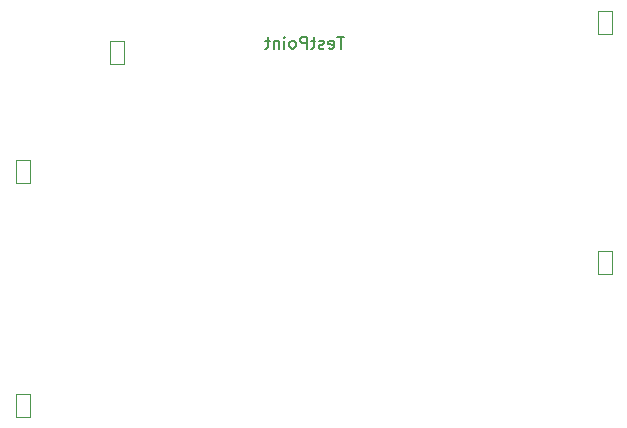
<source format=gbr>
G04 #@! TF.GenerationSoftware,KiCad,Pcbnew,5.1.12-84ad8e8a86~92~ubuntu20.04.1*
G04 #@! TF.CreationDate,2021-12-19T18:17:29-08:00*
G04 #@! TF.ProjectId,ft4232h-breakout,66743432-3332-4682-9d62-7265616b6f75,Jun2021b*
G04 #@! TF.SameCoordinates,Original*
G04 #@! TF.FileFunction,AssemblyDrawing,Bot*
%FSLAX46Y46*%
G04 Gerber Fmt 4.6, Leading zero omitted, Abs format (unit mm)*
G04 Created by KiCad (PCBNEW 5.1.12-84ad8e8a86~92~ubuntu20.04.1) date 2021-12-19 18:17:29*
%MOMM*%
%LPD*%
G01*
G04 APERTURE LIST*
%ADD10C,0.100000*%
%ADD11C,0.150000*%
G04 APERTURE END LIST*
D10*
G04 #@! TO.C,C5*
X75784000Y-99981500D02*
X75784000Y-97981500D01*
X74584000Y-99981500D02*
X75784000Y-99981500D01*
X74584000Y-97981500D02*
X74584000Y-99981500D01*
X75784000Y-97981500D02*
X74584000Y-97981500D01*
G04 #@! TO.C,C4*
X75784000Y-119793500D02*
X75784000Y-117793500D01*
X74584000Y-119793500D02*
X75784000Y-119793500D01*
X74584000Y-117793500D02*
X74584000Y-119793500D01*
X75784000Y-117793500D02*
X74584000Y-117793500D01*
G04 #@! TO.C,C6*
X123860000Y-85360000D02*
X123860000Y-87360000D01*
X125060000Y-85360000D02*
X123860000Y-85360000D01*
X125060000Y-87360000D02*
X125060000Y-85360000D01*
X123860000Y-87360000D02*
X125060000Y-87360000D01*
G04 #@! TO.C,C3*
X123860000Y-105680000D02*
X123860000Y-107680000D01*
X125060000Y-105680000D02*
X123860000Y-105680000D01*
X125060000Y-107680000D02*
X125060000Y-105680000D01*
X123860000Y-107680000D02*
X125060000Y-107680000D01*
G04 #@! TO.C,C2*
X83785000Y-89900000D02*
X83785000Y-87900000D01*
X82585000Y-89900000D02*
X83785000Y-89900000D01*
X82585000Y-87900000D02*
X82585000Y-89900000D01*
X83785000Y-87900000D02*
X82585000Y-87900000D01*
G04 #@! TD*
G04 #@! TO.C,TP1*
D11*
X102393333Y-87582380D02*
X101821904Y-87582380D01*
X102107619Y-88582380D02*
X102107619Y-87582380D01*
X101107619Y-88534761D02*
X101202857Y-88582380D01*
X101393333Y-88582380D01*
X101488571Y-88534761D01*
X101536190Y-88439523D01*
X101536190Y-88058571D01*
X101488571Y-87963333D01*
X101393333Y-87915714D01*
X101202857Y-87915714D01*
X101107619Y-87963333D01*
X101060000Y-88058571D01*
X101060000Y-88153809D01*
X101536190Y-88249047D01*
X100679047Y-88534761D02*
X100583809Y-88582380D01*
X100393333Y-88582380D01*
X100298095Y-88534761D01*
X100250476Y-88439523D01*
X100250476Y-88391904D01*
X100298095Y-88296666D01*
X100393333Y-88249047D01*
X100536190Y-88249047D01*
X100631428Y-88201428D01*
X100679047Y-88106190D01*
X100679047Y-88058571D01*
X100631428Y-87963333D01*
X100536190Y-87915714D01*
X100393333Y-87915714D01*
X100298095Y-87963333D01*
X99964761Y-87915714D02*
X99583809Y-87915714D01*
X99821904Y-87582380D02*
X99821904Y-88439523D01*
X99774285Y-88534761D01*
X99679047Y-88582380D01*
X99583809Y-88582380D01*
X99250476Y-88582380D02*
X99250476Y-87582380D01*
X98869523Y-87582380D01*
X98774285Y-87630000D01*
X98726666Y-87677619D01*
X98679047Y-87772857D01*
X98679047Y-87915714D01*
X98726666Y-88010952D01*
X98774285Y-88058571D01*
X98869523Y-88106190D01*
X99250476Y-88106190D01*
X98107619Y-88582380D02*
X98202857Y-88534761D01*
X98250476Y-88487142D01*
X98298095Y-88391904D01*
X98298095Y-88106190D01*
X98250476Y-88010952D01*
X98202857Y-87963333D01*
X98107619Y-87915714D01*
X97964761Y-87915714D01*
X97869523Y-87963333D01*
X97821904Y-88010952D01*
X97774285Y-88106190D01*
X97774285Y-88391904D01*
X97821904Y-88487142D01*
X97869523Y-88534761D01*
X97964761Y-88582380D01*
X98107619Y-88582380D01*
X97345714Y-88582380D02*
X97345714Y-87915714D01*
X97345714Y-87582380D02*
X97393333Y-87630000D01*
X97345714Y-87677619D01*
X97298095Y-87630000D01*
X97345714Y-87582380D01*
X97345714Y-87677619D01*
X96869523Y-87915714D02*
X96869523Y-88582380D01*
X96869523Y-88010952D02*
X96821904Y-87963333D01*
X96726666Y-87915714D01*
X96583809Y-87915714D01*
X96488571Y-87963333D01*
X96440952Y-88058571D01*
X96440952Y-88582380D01*
X96107619Y-87915714D02*
X95726666Y-87915714D01*
X95964761Y-87582380D02*
X95964761Y-88439523D01*
X95917142Y-88534761D01*
X95821904Y-88582380D01*
X95726666Y-88582380D01*
G04 #@! TD*
M02*

</source>
